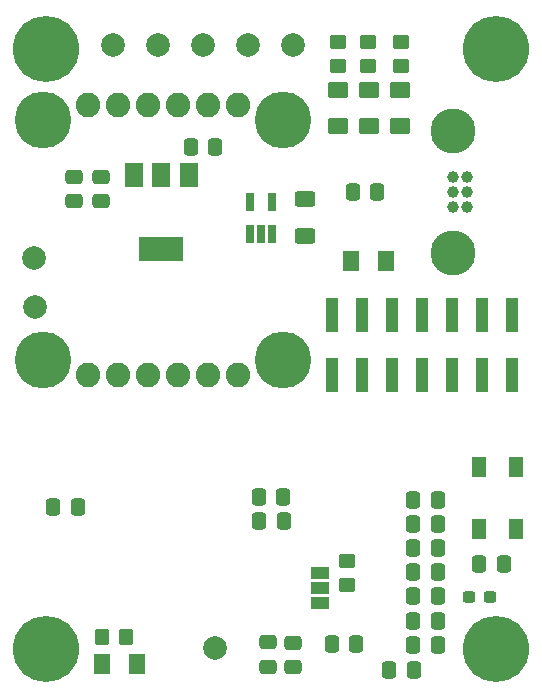
<source format=gbr>
%TF.GenerationSoftware,KiCad,Pcbnew,7.0.7*%
%TF.CreationDate,2023-10-21T12:14:55-04:00*%
%TF.ProjectId,processor,70726f63-6573-4736-9f72-2e6b69636164,rev?*%
%TF.SameCoordinates,Original*%
%TF.FileFunction,Soldermask,Top*%
%TF.FilePolarity,Negative*%
%FSLAX46Y46*%
G04 Gerber Fmt 4.6, Leading zero omitted, Abs format (unit mm)*
G04 Created by KiCad (PCBNEW 7.0.7) date 2023-10-21 12:14:55*
%MOMM*%
%LPD*%
G01*
G04 APERTURE LIST*
G04 Aperture macros list*
%AMRoundRect*
0 Rectangle with rounded corners*
0 $1 Rounding radius*
0 $2 $3 $4 $5 $6 $7 $8 $9 X,Y pos of 4 corners*
0 Add a 4 corners polygon primitive as box body*
4,1,4,$2,$3,$4,$5,$6,$7,$8,$9,$2,$3,0*
0 Add four circle primitives for the rounded corners*
1,1,$1+$1,$2,$3*
1,1,$1+$1,$4,$5*
1,1,$1+$1,$6,$7*
1,1,$1+$1,$8,$9*
0 Add four rect primitives between the rounded corners*
20,1,$1+$1,$2,$3,$4,$5,0*
20,1,$1+$1,$4,$5,$6,$7,0*
20,1,$1+$1,$6,$7,$8,$9,0*
20,1,$1+$1,$8,$9,$2,$3,0*%
G04 Aperture macros list end*
%ADD10RoundRect,0.250000X-0.337500X-0.475000X0.337500X-0.475000X0.337500X0.475000X-0.337500X0.475000X0*%
%ADD11C,5.600000*%
%ADD12RoundRect,0.250000X0.337500X0.475000X-0.337500X0.475000X-0.337500X-0.475000X0.337500X-0.475000X0*%
%ADD13C,2.000000*%
%ADD14RoundRect,0.250001X-0.462499X-0.624999X0.462499X-0.624999X0.462499X0.624999X-0.462499X0.624999X0*%
%ADD15R,1.500000X1.000000*%
%ADD16R,0.650000X1.560000*%
%ADD17RoundRect,0.102000X0.500000X-0.775000X0.500000X0.775000X-0.500000X0.775000X-0.500000X-0.775000X0*%
%ADD18RoundRect,0.250000X-0.450000X0.350000X-0.450000X-0.350000X0.450000X-0.350000X0.450000X0.350000X0*%
%ADD19R,1.000000X3.000000*%
%ADD20RoundRect,0.237500X-0.300000X-0.237500X0.300000X-0.237500X0.300000X0.237500X-0.300000X0.237500X0*%
%ADD21RoundRect,0.250001X0.624999X-0.462499X0.624999X0.462499X-0.624999X0.462499X-0.624999X-0.462499X0*%
%ADD22R,1.500000X2.000000*%
%ADD23R,3.800000X2.000000*%
%ADD24C,3.800000*%
%ADD25C,1.000000*%
%ADD26C,4.802000*%
%ADD27C,2.082800*%
%ADD28RoundRect,0.250000X-0.475000X0.337500X-0.475000X-0.337500X0.475000X-0.337500X0.475000X0.337500X0*%
%ADD29RoundRect,0.250000X0.475000X-0.337500X0.475000X0.337500X-0.475000X0.337500X-0.475000X-0.337500X0*%
%ADD30RoundRect,0.250000X0.350000X0.450000X-0.350000X0.450000X-0.350000X-0.450000X0.350000X-0.450000X0*%
%ADD31RoundRect,0.250001X0.462499X0.624999X-0.462499X0.624999X-0.462499X-0.624999X0.462499X-0.624999X0*%
%ADD32RoundRect,0.250000X-0.625000X0.400000X-0.625000X-0.400000X0.625000X-0.400000X0.625000X0.400000X0*%
G04 APERTURE END LIST*
D10*
%TO.C,C1*%
X160993000Y-81280000D03*
X163068000Y-81280000D03*
%TD*%
D11*
%TO.C,H3*%
X135000000Y-120000000D03*
%TD*%
D12*
%TO.C,C12*%
X168164155Y-107369155D03*
X166089155Y-107369155D03*
%TD*%
D13*
%TO.C,TP1*%
X155956000Y-68834000D03*
%TD*%
D12*
%TO.C,C18*%
X168169500Y-117567155D03*
X166094500Y-117567155D03*
%TD*%
D14*
%TO.C,F1*%
X160818500Y-87122000D03*
X163793500Y-87122000D03*
%TD*%
D15*
%TO.C,JP1*%
X158242000Y-113508000D03*
X158242000Y-114808000D03*
X158242000Y-116108000D03*
%TD*%
D12*
%TO.C,C19*%
X137691000Y-107926000D03*
X135616000Y-107926000D03*
%TD*%
D16*
%TO.C,U2*%
X152278000Y-84836000D03*
X153228000Y-84836000D03*
X154178000Y-84836000D03*
X154178000Y-82136000D03*
X152278000Y-82136000D03*
%TD*%
D12*
%TO.C,C13*%
X168164155Y-115497155D03*
X166089155Y-115497155D03*
%TD*%
D13*
%TO.C,TP7*%
X148336000Y-68834000D03*
%TD*%
D12*
%TO.C,C17*%
X168169500Y-119634000D03*
X166094500Y-119634000D03*
%TD*%
%TO.C,C15*%
X168164155Y-111433155D03*
X166089155Y-111433155D03*
%TD*%
D17*
%TO.C,S1*%
X171628000Y-109813000D03*
X171628000Y-104563000D03*
X174828000Y-109813000D03*
X174828000Y-104563000D03*
%TD*%
D18*
%TO.C,R4*%
X162306000Y-68612000D03*
X162306000Y-70612000D03*
%TD*%
%TO.C,R2*%
X160528000Y-112554000D03*
X160528000Y-114554000D03*
%TD*%
D12*
%TO.C,C7*%
X155126155Y-109147155D03*
X153051155Y-109147155D03*
%TD*%
D19*
%TO.C,J2*%
X159258000Y-91734000D03*
X159258000Y-96774000D03*
X161798000Y-91734000D03*
X161798000Y-96774000D03*
X164338000Y-91734000D03*
X164338000Y-96774000D03*
X166878000Y-91734000D03*
X166878000Y-96774000D03*
X169418000Y-91734000D03*
X169418000Y-96774000D03*
X171958000Y-91734000D03*
X171958000Y-96774000D03*
X174498000Y-91734000D03*
X174498000Y-96774000D03*
%TD*%
D20*
%TO.C,FB1*%
X170841500Y-115570000D03*
X172566500Y-115570000D03*
%TD*%
D12*
%TO.C,C9*%
X166132155Y-121720155D03*
X164057155Y-121720155D03*
%TD*%
D11*
%TO.C,H1*%
X135000000Y-69200000D03*
%TD*%
D21*
%TO.C,D4*%
X165012000Y-75655500D03*
X165012000Y-72680500D03*
%TD*%
D22*
%TO.C,U3*%
X147080000Y-79806000D03*
X144780000Y-79806000D03*
X142480000Y-79806000D03*
D23*
X144780000Y-86106000D03*
%TD*%
D10*
%TO.C,C3*%
X147277000Y-77470000D03*
X149352000Y-77470000D03*
%TD*%
D24*
%TO.C,J1*%
X169431351Y-86430000D03*
X169431351Y-76130000D03*
D25*
X169431351Y-80030000D03*
X169431351Y-81280000D03*
X169431351Y-82530000D03*
X170681351Y-80030000D03*
X170681351Y-81280000D03*
X170681351Y-82530000D03*
%TD*%
D13*
%TO.C,TP5*%
X134112000Y-91059000D03*
%TD*%
D18*
%TO.C,R6*%
X165100000Y-68612000D03*
X165100000Y-70612000D03*
%TD*%
D26*
%TO.C,A1*%
X134756833Y-75184000D03*
X134756833Y-95504000D03*
X155076833Y-75184000D03*
X155076833Y-95504000D03*
D27*
X138566833Y-96774000D03*
X141106833Y-96774000D03*
X143646833Y-96774000D03*
X146186833Y-96774000D03*
X148726833Y-96774000D03*
X151266833Y-96774000D03*
X151266833Y-73914000D03*
X148726833Y-73914000D03*
X146186833Y-73914000D03*
X143646833Y-73914000D03*
X141106833Y-73914000D03*
X138566833Y-73914000D03*
%TD*%
D10*
%TO.C,C5*%
X171682500Y-112776000D03*
X173757500Y-112776000D03*
%TD*%
D12*
%TO.C,C14*%
X168164155Y-113465155D03*
X166089155Y-113465155D03*
%TD*%
D28*
%TO.C,C20*%
X137414000Y-79988500D03*
X137414000Y-82063500D03*
%TD*%
D13*
%TO.C,TP4*%
X133985000Y-86868000D03*
%TD*%
D29*
%TO.C,C10*%
X153813155Y-121487655D03*
X153813155Y-119412655D03*
%TD*%
D21*
%TO.C,D1*%
X159756000Y-75655500D03*
X159756000Y-72680500D03*
%TD*%
%TO.C,D2*%
X162384000Y-75655500D03*
X162384000Y-72680500D03*
%TD*%
D18*
%TO.C,R3*%
X159766000Y-68580000D03*
X159766000Y-70580000D03*
%TD*%
D12*
%TO.C,C16*%
X168164155Y-109401155D03*
X166089155Y-109401155D03*
%TD*%
D30*
%TO.C,R5*%
X141752500Y-118999000D03*
X139752500Y-118999000D03*
%TD*%
D31*
%TO.C,D3*%
X142748000Y-121285000D03*
X139773000Y-121285000D03*
%TD*%
D10*
%TO.C,C11*%
X153029655Y-107115155D03*
X155104655Y-107115155D03*
%TD*%
D32*
%TO.C,R1*%
X156911000Y-81909543D03*
X156911000Y-85009543D03*
%TD*%
D11*
%TO.C,H4*%
X173100000Y-120000000D03*
%TD*%
D13*
%TO.C,TP8*%
X152146000Y-68834000D03*
%TD*%
D28*
%TO.C,C6*%
X155956000Y-119434155D03*
X155956000Y-121509155D03*
%TD*%
D13*
%TO.C,TP6*%
X140716000Y-68834000D03*
%TD*%
%TO.C,TP2*%
X149352000Y-119888000D03*
%TD*%
D12*
%TO.C,C8*%
X161284655Y-119561155D03*
X159209655Y-119561155D03*
%TD*%
D13*
%TO.C,TP3*%
X144526000Y-68834000D03*
%TD*%
D28*
%TO.C,C4*%
X139700000Y-80010000D03*
X139700000Y-82085000D03*
%TD*%
D11*
%TO.C,H2*%
X173100000Y-69200000D03*
%TD*%
M02*

</source>
